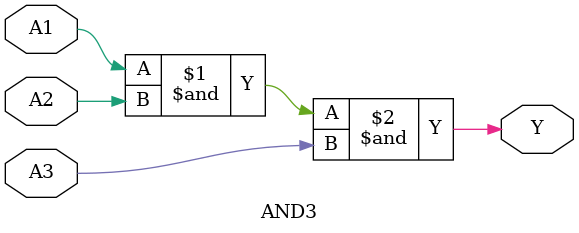
<source format=v>
module AND3 (output Y, input A1, input A2, input A3);
    assign Y = A1 & A2 & A3;
endmodule


</source>
